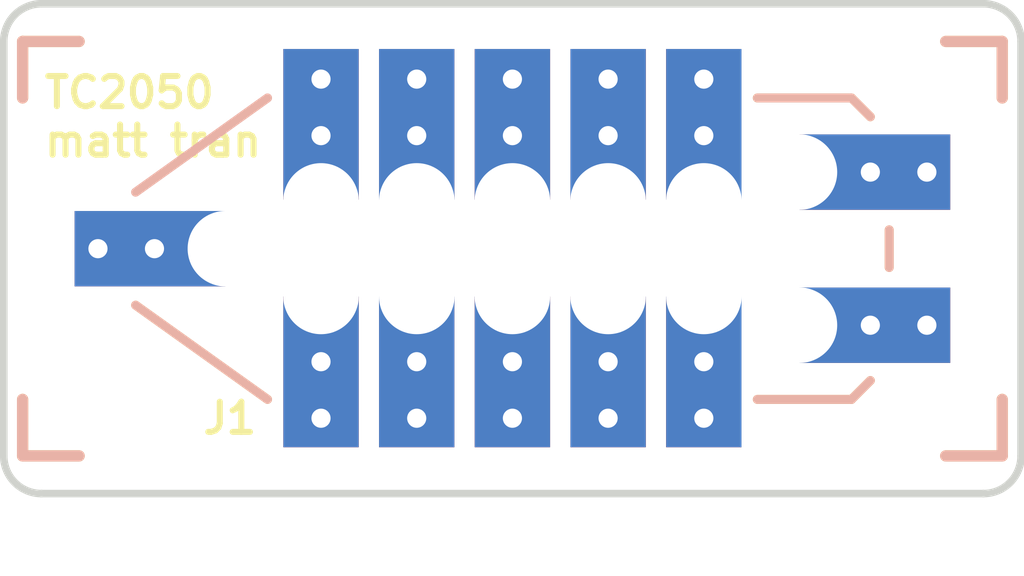
<source format=kicad_pcb>
(kicad_pcb (version 20221018) (generator pcbnew)
  (layers (0 "F.Cu" signal) (31 "B.Cu" signal) (34 "B.Paste" user) (35 "F.Paste" user) (36 "B.SilkS" user "B.Silkscreen") (37 "F.SilkS" user "F.Silkscreen") (38 "B.Mask" user) (39 "F.Mask" user) (44 "Edge.Cuts" user))
  (net 0 "")
  (net 1 "/MP")
  (net 2 "/10")
  (net 3 "/9")
  (net 4 "/8")
  (net 5 "/7")
  (net 6 "/6")
  (net 7 "/5")
  (net 8 "/4")
  (net 9 "/3")
  (net 10 "/2")
  (net 11 "/1")
  (footprint "Connector:Tag-Connect_TC2050-IDC-NL_2x05_P1.27mm_Vertical" (layer "F.Cu") (at 145.25 105.25)
    (fp_text reference "J1" (at -3.75 2.25) (layer "F.SilkS") (effects (font (size 0.4 0.4) (thickness 0.08))))
    (fp_text value "TC2050")
    (fp_line (start -6.5 -2.75) (end -6.5 -2) (stroke (width 0.15)) (layer "B.SilkS"))
    (fp_line (start -6.5 -2.75) (end -5.75 -2.75) (stroke (width 0.15)) (layer "B.SilkS"))
    (fp_line (start -6.5 2.75) (end -6.5 2) (stroke (width 0.15)) (layer "B.SilkS"))
    (fp_line (start -6.5 2.75) (end -5.75 2.75) (stroke (width 0.15)) (layer "B.SilkS"))
    (fp_line (start -5 -0.75) (end -3.25 -2) (stroke (width 0.12)) (layer "B.SilkS"))
    (fp_line (start -3.25 2) (end -5 0.75) (stroke (width 0.12)) (layer "B.SilkS"))
    (fp_line (start 3.25 -2) (end 4.5 -2) (stroke (width 0.12)) (layer "B.SilkS"))
    (fp_line (start 4.5 -2) (end 4.75 -1.75) (stroke (width 0.12)) (layer "B.SilkS"))
    (fp_line (start 4.5 2) (end 3.25 2) (stroke (width 0.12)) (layer "B.SilkS"))
    (fp_line (start 4.5 2) (end 4.75 1.75) (stroke (width 0.12)) (layer "B.SilkS"))
    (fp_line (start 5 -0.25) (end 5 0.25) (stroke (width 0.12)) (layer "B.SilkS"))
    (fp_line (start 6.5 -2.75) (end 5.75 -2.75) (stroke (width 0.15)) (layer "B.SilkS"))
    (fp_line (start 6.5 -2.75) (end 6.5 -2) (stroke (width 0.15)) (layer "B.SilkS"))
    (fp_line (start 6.5 2.75) (end 5.75 2.75) (stroke (width 0.15)) (layer "B.SilkS"))
    (fp_line (start 6.5 2.75) (end 6.5 2) (stroke (width 0.15)) (layer "B.SilkS"))
    (fp_line (start -6.5 -2.75) (end -6.5 -2) (stroke (width 0.15)) (layer "F.SilkS"))
    (fp_line (start -6.5 -2.75) (end -5.75 -2.75) (stroke (width 0.15)) (layer "F.SilkS"))
    (fp_line (start -6.5 2.75) (end -6.5 2) (stroke (width 0.15)) (layer "F.SilkS"))
    (fp_line (start -6.5 2.75) (end -5.75 2.75) (stroke (width 0.15)) (layer "F.SilkS"))
    (fp_line (start -3.25 2) (end -5 0.75) (stroke (width 0.12)) (layer "F.SilkS"))
    (fp_line (start 3.25 -2) (end 4.5 -2) (stroke (width 0.12)) (layer "F.SilkS"))
    (fp_line (start 4.5 -2) (end 4.75 -1.75) (stroke (width 0.12)) (layer "F.SilkS"))
    (fp_line (start 4.5 2) (end 3.25 2) (stroke (width 0.12)) (layer "F.SilkS"))
    (fp_line (start 4.5 2) (end 4.75 1.75) (stroke (width 0.12)) (layer "F.SilkS"))
    (fp_line (start 5 -0.25) (end 5 0.25) (stroke (width 0.12)) (layer "F.SilkS"))
    (fp_line (start 6.5 -2.75) (end 5.75 -2.75) (stroke (width 0.15)) (layer "F.SilkS"))
    (fp_line (start 6.5 -2.75) (end 6.5 -2) (stroke (width 0.15)) (layer "F.SilkS"))
    (fp_line (start 6.5 2.75) (end 5.75 2.75) (stroke (width 0.15)) (layer "F.SilkS"))
    (fp_line (start 6.5 2.75) (end 6.5 2) (stroke (width 0.15)) (layer "F.SilkS"))
    (pad "" np_thru_hole circle (at -3.81 0) (size 1 1) (drill 1) (layers "F&B.Cu" "*.Mask"))
    (pad "" np_thru_hole circle (at -2.54 -0.635) (size 1 1) (drill 1) (layers "F&B.Cu" "*.Mask"))
    (pad "" np_thru_hole circle (at -2.54 0.635) (size 1 1) (drill 1) (layers "F&B.Cu" "*.Mask"))
    (pad "" np_thru_hole circle (at -1.27 -0.635) (size 1 1) (drill 1) (layers "F&B.Cu" "*.Mask"))
    (pad "" np_thru_hole circle (at -1.27 0.635) (size 1 1) (drill 1) (layers "F&B.Cu" "*.Mask"))
    (pad "" np_thru_hole circle (at 0 -0.635) (size 1 1) (drill 1) (layers "F&B.Cu" "*.Mask"))
    (pad "" np_thru_hole circle (at 0 0.635) (size 1 1) (drill 1) (layers "F&B.Cu" "*.Mask"))
    (pad "" np_thru_hole circle (at 1.27 -0.635) (size 1 1) (drill 1) (layers "F&B.Cu" "*.Mask"))
    (pad "" np_thru_hole circle (at 1.27 0.635) (size 1 1) (drill 1) (layers "F&B.Cu" "*.Mask"))
    (pad "" np_thru_hole circle (at 2.54 -0.635) (size 1 1) (drill 1) (layers "F&B.Cu" "*.Mask"))
    (pad "" np_thru_hole circle (at 2.54 0.635) (size 1 1) (drill 1) (layers "F&B.Cu" "*.Mask"))
    (pad "" np_thru_hole circle (at 3.81 -1.016) (size 1 1) (drill 1) (layers "F&B.Cu" "*.Mask"))
    (pad "" np_thru_hole circle (at 3.81 1.016) (size 1 1) (drill 1) (layers "F&B.Cu" "*.Mask"))
    (pad "1" smd rect (at -2.54 1.635 90) (size 2 1) (layers "F.Cu" "F.Paste" "F.Mask") (net 11 "/1"))
    (pad "1" smd rect (at -2.54 1.635 90) (size 2 1) (layers "B.Cu" "B.Paste" "B.Mask") (net 11 "/1"))
    (pad "2" smd rect (at -1.27 1.635 90) (size 2 1) (layers "F.Cu" "F.Paste" "F.Mask") (net 10 "/2"))
    (pad "2" smd rect (at -1.27 1.635 90) (size 2 1) (layers "B.Cu" "B.Paste" "B.Mask") (net 10 "/2"))
    (pad "3" smd rect (at 0 1.635 90) (size 2 1) (layers "F.Cu" "F.Paste" "F.Mask") (net 9 "/3"))
    (pad "3" smd rect (at 0 1.635 90) (size 2 1) (layers "B.Cu" "B.Paste" "B.Mask") (net 9 "/3"))
    (pad "4" smd rect (at 1.27 1.635 90) (size 2 1) (layers "F.Cu" "F.Paste" "F.Mask") (net 8 "/4"))
    (pad "4" smd rect (at 1.27 1.635 90) (size 2 1) (layers "B.Cu" "B.Paste" "B.Mask") (net 8 "/4"))
    (pad "5" smd rect (at 2.54 1.635 90) (size 2 1) (layers "F.Cu" "F.Paste" "F.Mask") (net 7 "/5"))
    (pad "5" smd rect (at 2.54 1.635 90) (size 2 1) (layers "B.Cu" "B.Paste" "B.Mask") (net 7 "/5"))
    (pad "6" smd rect (at 2.54 -1.65 90) (size 2 1) (layers "F.Cu" "F.Paste" "F.Mask") (net 6 "/6"))
    (pad "6" smd rect (at 2.54 -1.65 90) (size 2 1) (layers "B.Cu" "B.Paste" "B.Mask") (net 6 "/6"))
    (pad "7" smd rect (at 1.27 -1.65 90) (size 2 1) (layers "F.Cu" "F.Paste" "F.Mask") (net 5 "/7"))
    (pad "7" smd rect (at 1.27 -1.65 90) (size 2 1) (layers "B.Cu" "B.Paste" "B.Mask") (net 5 "/7"))
    (pad "8" smd rect (at 0 -1.65 90) (size 2 1) (layers "F.Cu" "F.Paste" "F.Mask") (net 4 "/8"))
    (pad "8" smd rect (at 0 -1.65 90) (size 2 1) (layers "B.Cu" "B.Paste" "B.Mask") (net 4 "/8"))
    (pad "9" smd rect (at -1.27 -1.65 90) (size 2 1) (layers "F.Cu" "F.Paste" "F.Mask") (net 3 "/9"))
    (pad "9" smd rect (at -1.27 -1.65 90) (size 2 1) (layers "B.Cu" "B.Paste" "B.Mask") (net 3 "/9"))
    (pad "10" smd rect (at -2.54 -1.65 90) (size 2 1) (layers "F.Cu" "F.Paste" "F.Mask") (net 2 "/10"))
    (pad "10" smd rect (at -2.54 -1.65 90) (size 2 1) (layers "B.Cu" "B.Paste" "B.Mask") (net 2 "/10"))
    (pad "MP" smd rect (at -4.81 0 90) (size 1 2) (layers "F.Cu" "F.Paste" "F.Mask") (net 1 "/MP"))
    (pad "MP" smd rect (at -4.81 0 90) (size 1 2) (layers "B.Cu" "B.Paste" "B.Mask") (net 1 "/MP"))
    (pad "MP" smd rect (at 4.81 -1.016 90) (size 1 2) (layers "F.Cu" "F.Paste" "F.Mask") (net 1 "/MP"))
    (pad "MP" smd rect (at 4.81 -1.016 90) (size 1 2) (layers "B.Cu" "B.Paste" "B.Mask") (net 1 "/MP"))
    (pad "MP" smd rect (at 4.81 1.016 90) (size 1 2) (layers "F.Cu" "F.Paste" "F.Mask") (net 1 "/MP"))
    (pad "MP" smd rect (at 4.81 1.016 90) (size 1 2) (layers "B.Cu" "B.Paste" "B.Mask") (net 1 "/MP"))
  )
  (gr_arc (start 151.5 102) (mid 151.853553 102.146447) (end 152 102.5) (stroke (width 0.1)) (layer "Edge.Cuts"))
  (gr_line (start 138.5 102.5) (end 138.5 108) (stroke (width 0.1)) (layer "Edge.Cuts"))
  (gr_arc (start 138.5 102.5) (mid 138.646447 102.146447) (end 139 102) (stroke (width 0.1)) (layer "Edge.Cuts"))
  (gr_arc (start 139 108.5) (mid 138.646447 108.353553) (end 138.5 108) (stroke (width 0.1)) (layer "Edge.Cuts"))
  (gr_line (start 139 108.5) (end 151.5 108.5) (stroke (width 0.1)) (layer "Edge.Cuts"))
  (gr_line (start 152 108) (end 152 102.5) (stroke (width 0.1)) (layer "Edge.Cuts"))
  (gr_arc (start 152 108) (mid 151.853553 108.353553) (end 151.5 108.5) (stroke (width 0.1)) (layer "Edge.Cuts"))
  (gr_line (start 151.5 102) (end 139 102) (stroke (width 0.1)) (layer "Edge.Cuts"))
  (gr_text "TC2050\nmatt tran" (at 139 103.5) (layer "F.SilkS") (effects (font (size 0.4 0.4) (thickness 0.08)) (justify left)))
  (via (at 139.75 105.25) (size 0.508) (drill 0.254) (layers "F.Cu" "B.Cu") (net 1))
  (via (at 150 104.234) (size 0.508) (drill 0.254) (layers "F.Cu" "B.Cu") (net 1))
  (via (at 150.75 104.234) (size 0.508) (drill 0.254) (layers "F.Cu" "B.Cu") (net 1))
  (via (at 150.75 106.266) (size 0.508) (drill 0.254) (layers "F.Cu" "B.Cu") (net 1))
  (via (at 150 106.266) (size 0.508) (drill 0.254) (layers "F.Cu" "B.Cu") (net 1))
  (via (at 140.5 105.25) (size 0.508) (drill 0.254) (layers "F.Cu" "B.Cu") (net 1))
  (via (at 142.71 103) (size 0.508) (drill 0.254) (layers "F.Cu" "B.Cu") (net 2))
  (via (at 142.71 103.75) (size 0.508) (drill 0.254) (layers "F.Cu" "B.Cu") (net 2))
  (via (at 143.98 103) (size 0.508) (drill 0.254) (layers "F.Cu" "B.Cu") (net 3))
  (via (at 143.98 103.75) (size 0.508) (drill 0.254) (layers "F.Cu" "B.Cu") (net 3))
  (via (at 145.25 103) (size 0.508) (drill 0.254) (layers "F.Cu" "B.Cu") (net 4))
  (via (at 145.25 103.75) (size 0.508) (drill 0.254) (layers "F.Cu" "B.Cu") (net 4))
  (via (at 146.52 103.75) (size 0.508) (drill 0.254) (layers "F.Cu" "B.Cu") (net 5))
  (via (at 146.52 103) (size 0.508) (drill 0.254) (layers "F.Cu" "B.Cu") (net 5))
  (via (at 147.79 103.75) (size 0.508) (drill 0.254) (layers "F.Cu" "B.Cu") (net 6))
  (via (at 147.79 103) (size 0.508) (drill 0.254) (layers "F.Cu" "B.Cu") (net 6))
  (via (at 147.79 106.75) (size 0.508) (drill 0.254) (layers "F.Cu" "B.Cu") (net 7))
  (via (at 147.79 107.5) (size 0.508) (drill 0.254) (layers "F.Cu" "B.Cu") (net 7))
  (via (at 146.52 107.5) (size 0.508) (drill 0.254) (layers "F.Cu" "B.Cu") (net 8))
  (via (at 146.52 106.75) (size 0.508) (drill 0.254) (layers "F.Cu" "B.Cu") (net 8))
  (via (at 145.25 106.75) (size 0.508) (drill 0.254) (layers "F.Cu" "B.Cu") (net 9))
  (via (at 145.25 107.5) (size 0.508) (drill 0.254) (layers "F.Cu" "B.Cu") (net 9))
  (via (at 143.98 106.75) (size 0.508) (drill 0.254) (layers "F.Cu" "B.Cu") (net 10))
  (via (at 143.98 107.5) (size 0.508) (drill 0.254) (layers "F.Cu" "B.Cu") (net 10))
  (via (at 142.71 107.5) (size 0.508) (drill 0.254) (layers "F.Cu" "B.Cu") (net 11))
  (via (at 142.71 106.75) (size 0.508) (drill 0.254) (layers "F.Cu" "B.Cu") (net 11))
)
</source>
